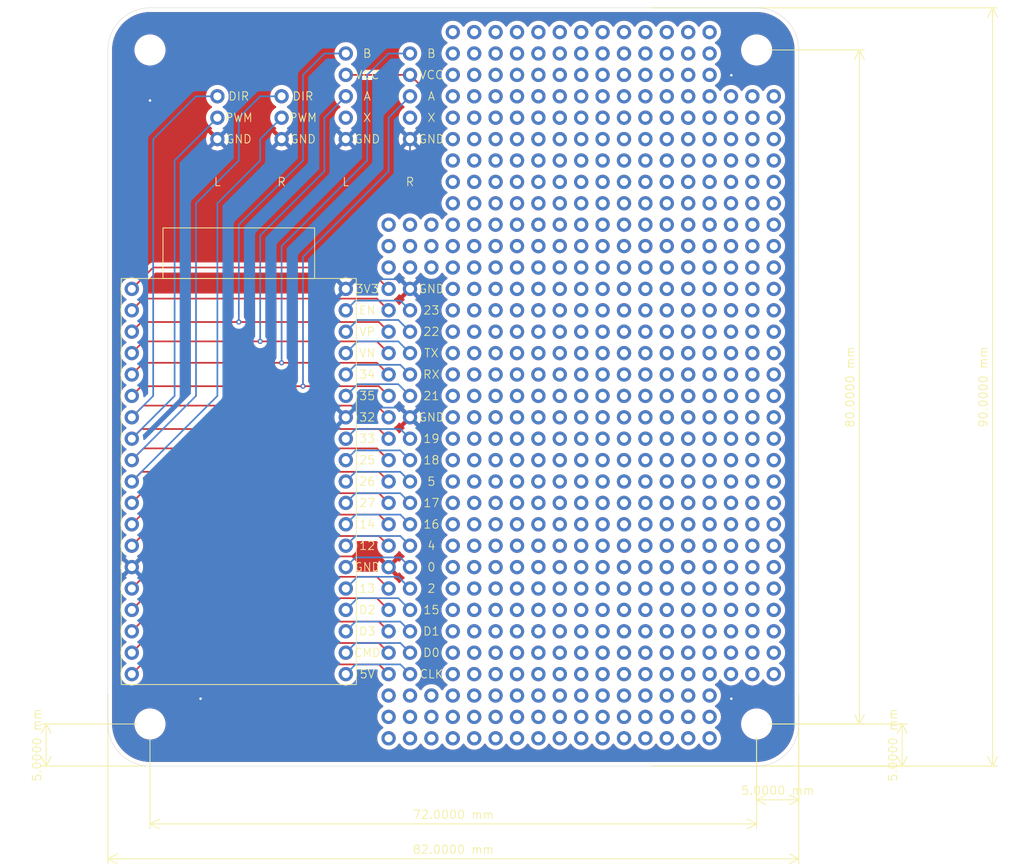
<source format=kicad_pcb>
(kicad_pcb (version 20240108) (generator "pcbnew") (generator_version "8.0")
  (layers (0 "F.Cu" signal) (31 "B.Cu" signal) (34 "B.Paste" user) (35 "F.Paste" user) (36 "B.SilkS" user "B.Silkscreen") (37 "F.SilkS" user "F.Silkscreen") (38 "B.Mask" user) (39 "F.Mask" user) (44 "Edge.Cuts" user))
  (net 0 "")
  (net 1 "+5V")
  (net 3 "GND")
  (net 5 "VN")
  (net 6 "14")
  (net 7 "32")
  (net 8 "13")
  (net 9 "33")
  (net 10 "EN")
  (net 11 "D2")
  (net 12 "12")
  (net 13 "+3V3")
  (net 14 "35")
  (net 15 "VP")
  (net 16 "34")
  (net 17 "25")
  (net 18 "CMD")
  (net 19 "D3")
  (net 20 "26")
  (net 21 "27")
  (net 22 "21")
  (net 23 "4")
  (net 24 "23")
  (net 25 "17")
  (net 26 "D1")
  (net 27 "22")
  (net 28 "15")
  (net 29 "D9")
  (net 30 "19")
  (net 31 "RX")
  (net 32 "TX")
  (net 33 "5")
  (net 34 "CLK")
  (net 35 "16")
  (net 36 "2")
  (net 37 "18")
  (net 38 "0")
  (footprint "MountingHole:MountingHole_3.2mm_M3_DIN965" (layer "F.Cu") (at 191 58)
    (property "Reference" "REF**")
    (property "Value" "MountingHole_3.2mm_M3_DIN965")
  )
  (footprint "XH:XH-3pin" (layer "F.Cu") (at 127 73.66)
    (property "Reference" "L")
    (property "Value" "Conn_01x03")
  )
  (footprint "Free-hole:8x31" (layer "F.Cu") (at 154.94 139.7)
    (property "Reference" "REF**")
    (property "Value" "8x31")
  )
  (footprint "XH:XH-5pin" (layer "F.Cu") (at 149.86 73.66)
    (property "Reference" "R")
    (property "Value" "Conn_01x05")
  )
  (footprint "hole_19pin:hole_19pin" (layer "F.Cu") (at 148.59 109.22)
    (property "Reference" "J5")
    (property "Value" "Conn_02x19_Counter_Clockwise")
  )
  (footprint "MountingHole:MountingHole_3.2mm_M3_DIN965" (layer "F.Cu") (at 119 58)
    (property "Reference" "REF**")
    (property "Value" "MountingHole_3.2mm_M3_DIN965")
  )
  (footprint "MountingHole:MountingHole_3.2mm_M3_DIN965" (layer "F.Cu") (at 119 138)
    (property "Reference" "REF**")
    (property "Value" "MountingHole_3.2mm_M3_DIN965")
  )
  (footprint "XH:XH-3pin" (layer "F.Cu") (at 134.62 73.66)
    (property "Reference" "R")
    (property "Value" "Conn_01x03")
  )
  (footprint "MountingHole:MountingHole_3.2mm_M3_DIN965" (layer "F.Cu") (at 191 138)
    (property "Reference" "REF**")
    (property "Value" "MountingHole_3.2mm_M3_DIN965")
  )
  (footprint "ESP32-WROOM-32E:ESP32-WROOM-32E" (layer "F.Cu") (at 129.54 109.22)
    (property "Reference" "U1")
    (property "Value" "~")
  )
  (footprint "XH:XH-5pin" (layer "F.Cu") (at 142.24 73.66)
    (property "Reference" "L")
    (property "Value" "Conn_01x05")
  )
  (gr_line (start 114 138) (end 114 58) (stroke (width 0.05)) (layer "Edge.Cuts"))
  (gr_line (start 119 143) (end 191 143) (stroke (width 0.05)) (layer "Edge.Cuts"))
  (gr_arc (start 191 53) (mid 194.535534 54.464466) (end 196 58) (stroke (width 0.05)) (layer "Edge.Cuts"))
  (gr_line (start 196 138) (end 196 58) (stroke (width 0.05)) (layer "Edge.Cuts"))
  (gr_arc (start 114 58) (mid 115.464466 54.464466) (end 119 53) (stroke (width 0.05)) (layer "Edge.Cuts"))
  (gr_arc (start 119 143) (mid 115.464466 141.535534) (end 114 138) (stroke (width 0.05)) (layer "Edge.Cuts"))
  (gr_line (start 191 53) (end 119 53) (stroke (width 0.05)) (layer "Edge.Cuts"))
  (gr_arc (start 196 138) (mid 194.535534 141.535534) (end 191 143) (stroke (width 0.05)) (layer "Edge.Cuts"))
  (dimension (type aligned) (layer "F.SilkS") (pts (xy 191 138) (xy 191 58)) (height 12.2) (gr_text "80.0000 mm" (at 202.1 98 90) (layer "F.SilkS") (effects (font (size 1 1) (thickness 0.1)))) (format (prefix "") (suffix "") (units 3) (units_format 1) (precision 4)) (style (thickness 0.1) (arrow_length 1.27) (text_position_mode 0) (extension_height 0.58642) (extension_offset 0.5) keep_text_aligned))
  (dimension (type aligned) (layer "F.SilkS") (pts (xy 119 138) (xy 191 138)) (height 11.86) (gr_text "72.0000 mm" (at 155 148.76 0) (layer "F.SilkS") (effects (font (size 1 1) (thickness 0.1)))) (format (prefix "") (suffix "") (units 3) (units_format 1) (precision 4)) (style (thickness 0.1) (arrow_length 1.27) (text_position_mode 0) (extension_height 0.58642) (extension_offset 0.5) keep_text_aligned))
  (dimension (type aligned) (layer "F.SilkS") (pts (xy 191 138) (xy 191 143)) (height -17.28) (gr_text "5.0000 mm" (at 207.18 140.5 90) (layer "F.SilkS") (effects (font (size 1 1) (thickness 0.1)))) (format (prefix "") (suffix "") (units 3) (units_format 1) (precision 4)) (style (thickness 0.1) (arrow_length 1.27) (text_position_mode 0) (extension_height 0.58642) (extension_offset 0.5) keep_text_aligned))
  (dimension (type aligned) (layer "F.SilkS") (pts (xy 196 134) (xy 114 134)) (height -20) (gr_text "82.0000 mm" (at 155 152.9 0) (layer "F.SilkS") (effects (font (size 1 1) (thickness 0.1)))) (format (prefix "") (suffix "") (units 3) (units_format 1) (precision 4)) (style (thickness 0.1) (arrow_length 1.27) (text_position_mode 0) (extension_height 0.58642) (extension_offset 0.5) keep_text_aligned))
  (dimension (type aligned) (layer "F.SilkS") (pts (xy 191 138) (xy 196 138)) (height 9) (gr_text "5.0000 mm" (at 193.5 145.9 0) (layer "F.SilkS") (effects (font (size 1 1) (thickness 0.1)))) (format (prefix "") (suffix "") (units 3) (units_format 1) (precision 4)) (style (thickness 0.1) (arrow_length 1.27) (text_position_mode 0) (extension_height 0.58642) (extension_offset 0.5) keep_text_aligned))
  (dimension (type aligned) (layer "F.SilkS") (pts (xy 119 138) (xy 119 143)) (height 12.32) (gr_text "5.0000 mm" (at 105.58 140.5 90) (layer "F.SilkS") (effects (font (size 1 1) (thickness 0.1)))) (format (prefix "") (suffix "") (units 3) (units_format 1) (precision 4)) (style (thickness 0.1) (arrow_length 1.27) (text_position_mode 0) (extension_height 0.58642) (extension_offset 0.5) keep_text_aligned))
  (dimension (type aligned) (layer "F.SilkS") (pts (xy 178 143) (xy 178 53)) (height 41) (gr_text "90.0000 mm" (at 217.9 98 90) (layer "F.SilkS") (effects (font (size 1 1) (thickness 0.1)))) (format (prefix "") (suffix "") (units 3) (units_format 1) (precision 4)) (style (thickness 0.1) (arrow_length 1.27) (text_position_mode 0) (extension_height 0.58642) (extension_offset 0.5) keep_text_aligned))
  (segment (start 117.99 130.93) (end 116.84 132.08) (width 0.2) (layer "F.Cu") (net 1))
  (segment (start 146.17 130.93) (end 117.99 130.93) (width 0.2) (layer "F.Cu") (net 1))
  (segment (start 147.32 132.08) (end 146.17 130.93) (width 0.2) (layer "F.Cu") (net 1))
  (segment (start 146.05 118.11) (end 118.11 118.11) (width 0.2) (layer "F.Cu") (net 3))
  (segment (start 118.11 118.11) (end 116.84 119.38) (width 0.2) (layer "F.Cu") (net 3))
  (segment (start 147.32 119.38) (end 146.05 118.11) (width 0.2) (layer "F.Cu") (net 3))
  (via (at 188 61) (size 0.6) (drill 0.3) (layers "F.Cu" "B.Cu") (net 3))
  (via (at 119 64) (size 0.6) (drill 0.3) (layers "F.Cu" "B.Cu") (net 3))
  (via (at 125 135) (size 0.6) (drill 0.3) (layers "F.Cu" "B.Cu") (net 3))
  (via (at 188 135) (size 0.6) (drill 0.3) (layers "F.Cu" "B.Cu") (net 3))
  (segment (start 149.86 72.39) (end 149.86 68.58) (width 0.2) (layer "B.Cu") (net 3))
  (segment (start 148.71 100.45) (end 143.39 100.45) (width 0.2) (layer "B.Cu") (net 3))
  (segment (start 149.86 101.6) (end 148.71 100.45) (width 0.2) (layer "B.Cu") (net 3))
  (segment (start 144.78 85.21) (end 143.63 85.21) (width 0.2) (layer "B.Cu") (net 3))
  (segment (start 144.78 85.21) (end 143.39 85.21) (width 0.2) (layer "B.Cu") (net 3))
  (segment (start 143.39 100.45) (end 142.24 101.6) (width 0.2) (layer "B.Cu") (net 3))
  (segment (start 144.145 84.455) (end 144.145 78.105) (width 0.2) (layer "B.Cu") (net 3))
  (segment (start 143.39 85.21) (end 142.24 86.36) (width 0.2) (layer "B.Cu") (net 3))
  (segment (start 148.71 85.21) (end 144.78 85.21) (width 0.2) (layer "B.Cu") (net 3))
  (segment (start 149.86 86.36) (end 148.71 85.21) (width 0.2) (layer "B.Cu") (net 3))
  (segment (start 144.145 78.105) (end 149.86 72.39) (width 0.2) (layer "B.Cu") (net 3))
  (segment (start 142.24 86.36) (end 144.145 84.455) (width 0.2) (layer "B.Cu") (net 3))
  (segment (start 147.32 93.98) (end 145.93 92.59) (width 0.2) (layer "F.Cu") (net 5))
  (segment (start 132.08 92.59) (end 118.23 92.59) (width 0.2) (layer "F.Cu") (net 5))
  (segment (start 118.23 92.59) (end 116.84 93.98) (width 0.2) (layer "F.Cu") (net 5))
  (segment (start 145.93 92.59) (end 132.08 92.59) (width 0.2) (layer "F.Cu") (net 5))
  (via (at 132.08 92.59) (size 0.6) (drill 0.3) (layers "F.Cu" "B.Cu") (net 5))
  (segment (start 132.08 80.01) (end 139.7 72.39) (width 0.2) (layer "B.Cu") (net 5))
  (segment (start 139.7 66.04) (end 142.24 63.5) (width 0.2) (layer "B.Cu") (net 5))
  (segment (start 139.7 72.39) (end 139.7 66.04) (width 0.2) (layer "B.Cu") (net 5))
  (segment (start 132.08 92.59) (end 132.08 80.01) (width 0.2) (layer "B.Cu") (net 5))
  (segment (start 116.84 114.3) (end 117.99 113.15) (width 0.2) (layer "F.Cu") (net 6))
  (segment (start 117.99 113.15) (end 146.17 113.15) (width 0.2) (layer "F.Cu") (net 6))
  (segment (start 146.17 113.15) (end 147.32 114.3) (width 0.2) (layer "F.Cu") (net 6))
  (segment (start 118.23 100.21) (end 116.84 101.6) (width 0.2) (layer "F.Cu") (net 7))
  (segment (start 145.93 100.21) (end 118.23 100.21) (width 0.2) (layer "F.Cu") (net 7))
  (segment (start 147.32 101.6) (end 145.93 100.21) (width 0.2) (layer "F.Cu") (net 7))
  (segment (start 119.38 68.58) (end 124.46 63.5) (width 0.2) (layer "B.Cu") (net 7))
  (segment (start 124.46 63.5) (end 127 63.5) (width 0.2) (layer "B.Cu") (net 7))
  (segment (start 116.84 101.6) (end 119.38 99.06) (width 0.2) (layer "B.Cu") (net 7))
  (segment (start 119.38 99.06) (end 119.38 68.58) (width 0.2) (layer "B.Cu") (net 7))
  (segment (start 116.84 121.92) (end 118.23 120.53) (width 0.2) (layer "F.Cu") (net 8))
  (segment (start 118.23 120.53) (end 145.93 120.53) (width 0.2) (layer "F.Cu") (net 8))
  (segment (start 145.93 120.53) (end 147.32 121.92) (width 0.2) (layer "F.Cu") (net 8))
  (segment (start 146.17 102.99) (end 117.99 102.99) (width 0.2) (layer "F.Cu") (net 9))
  (segment (start 117.99 102.99) (end 116.84 104.14) (width 0.2) (layer "F.Cu") (net 9))
  (segment (start 147.32 104.14) (end 146.17 102.99) (width 0.2) (layer "F.Cu") (net 9))
  (segment (start 121.92 99.06) (end 116.84 104.14) (width 0.2) (layer "B.Cu") (net 9))
  (segment (start 121.92 71.12) (end 121.92 99.06) (width 0.2) (layer "B.Cu") (net 9))
  (segment (start 127 66.04) (end 121.92 71.12) (width 0.2) (layer "B.Cu") (net 9))
  (segment (start 118.23 87.51) (end 116.84 88.9) (width 0.2) (layer "F.Cu") (net 10))
  (segment (start 147.32 88.9) (end 145.93 87.51) (width 0.2) (layer "F.Cu") (net 10))
  (segment (start 145.93 87.51) (end 118.23 87.51) (width 0.2) (layer "F.Cu") (net 10))
  (segment (start 145.93 123.07) (end 118.23 123.07) (width 0.2) (layer "F.Cu") (net 11))
  (segment (start 147.32 124.46) (end 145.93 123.07) (width 0.2) (layer "F.Cu") (net 11))
  (segment (start 118.23 123.07) (end 116.84 124.46) (width 0.2) (layer "F.Cu") (net 11))
  (segment (start 146.17 115.69) (end 117.99 115.69) (width 0.2) (layer "F.Cu") (net 12))
  (segment (start 117.99 115.69) (end 116.84 116.84) (width 0.2) (layer "F.Cu") (net 12))
  (segment (start 147.32 116.84) (end 146.17 115.69) (width 0.2) (layer "F.Cu") (net 12))
  (segment (start 119.38 83.82) (end 116.84 86.36) (width 0.2) (layer "F.Cu") (net 13))
  (segment (start 152.4 69.85) (end 138.43 83.82) (width 0.2) (layer "F.Cu") (net 13))
  (segment (start 138.43 83.82) (end 119.38 83.82) (width 0.2) (layer "F.Cu") (net 13))
  (segment (start 142.24 60.96) (end 149.86 60.96) (width 0.2) (layer "F.Cu") (net 13))
  (segment (start 147.32 86.36) (end 144.78 83.82) (width 0.2) (layer "F.Cu") (net 13))
  (segment (start 152.4 63.5) (end 152.4 69.85) (width 0.2) (layer "F.Cu") (net 13))
  (segment (start 149.86 60.96) (end 152.4 63.5) (width 0.2) (layer "F.Cu") (net 13))
  (segment (start 144.78 83.82) (end 138.43 83.82) (width 0.2) (layer "F.Cu") (net 13))
  (segment (start 137.16 97.91) (end 117.99 97.91) (width 0.2) (layer "F.Cu") (net 14))
  (segment (start 146.17 97.91) (end 137.16 97.91) (width 0.2) (layer "F.Cu") (net 14))
  (segment (start 147.32 99.06) (end 146.17 97.91) (width 0.2) (layer "F.Cu") (net 14))
  (segment (start 117.99 97.91) (end 116.84 99.06) (width 0.2) (layer "F.Cu") (net 14))
  (via (at 137.16 97.91) (size 0.6) (drill 0.3) (layers "F.Cu" "B.Cu") (net 14))
  (segment (start 147.32 66.04) (end 149.86 63.5) (width 0.2) (layer "B.Cu") (net 14))
  (segment (start 137.16 82.55) (end 147.32 72.39) (width 0.2) (layer "B.Cu") (net 14))
  (segment (start 137.16 97.91) (end 137.16 82.55) (width 0.2) (layer "B.Cu") (net 14))
  (segment (start 147.32 72.39) (end 147.32 66.04) (width 0.2) (layer "B.Cu") (net 14))
  (segment (start 117.99 90.29) (end 116.84 91.44) (width 0.2) (layer "F.Cu") (net 15))
  (segment (start 147.32 91.44) (end 146.17 90.29) (width 0.2) (layer "F.Cu") (net 15))
  (segment (start 146.17 90.29) (end 129.54 90.29) (width 0.2) (layer "F.Cu") (net 15))
  (segment (start 129.54 90.29) (end 117.99 90.29) (width 0.2) (layer "F.Cu") (net 15))
  (via (at 129.54 90.29) (size 0.6) (drill 0.3) (layers "F.Cu" "B.Cu") (net 15))
  (segment (start 137.16 60.96) (end 137.16 71.12) (width 0.2) (layer "B.Cu") (net 15))
  (segment (start 139.7 58.42) (end 137.16 60.96) (width 0.2) (layer "B.Cu") (net 15))
  (segment (start 142.24 58.42) (end 139.7 58.42) (width 0.2) (layer "B.Cu") (net 15))
  (segment (start 129.54 78.74) (end 129.54 90.29) (width 0.2) (layer "B.Cu") (net 15))
  (segment (start 137.16 71.12) (end 129.54 78.74) (width 0.2) (layer "B.Cu") (net 15))
  (segment (start 118.23 95.13) (end 116.84 96.52) (width 0.2) (layer "F.Cu") (net 16))
  (segment (start 134.62 95.13) (end 118.23 95.13) (width 0.2) (layer "F.Cu") (net 16))
  (segment (start 145.93 95.13) (end 134.62 95.13) (width 0.2) (layer "F.Cu") (net 16))
  (segment (start 147.32 96.52) (end 145.93 95.13) (width 0.2) (layer "F.Cu") (net 16))
  (via (at 134.62 95.13) (size 0.6) (drill 0.3) (layers "F.Cu" "B.Cu") (net 16))
  (segment (start 147.32 58.42) (end 149.86 58.42) (width 0.2) (layer "B.Cu") (net 16))
  (segment (start 144.78 60.96) (end 147.32 58.42) (width 0.2) (layer "B.Cu") (net 16))
  (segment (start 134.62 81.28) (end 144.78 71.12) (width 0.2) (layer "B.Cu") (net 16))
  (segment (start 134.62 95.13) (end 134.62 81.28) (width 0.2) (layer "B.Cu") (net 16))
  (segment (start 144.78 71.12) (end 144.78 60.96) (width 0.2) (layer "B.Cu") (net 16))
  (segment (start 147.32 106.68) (end 145.93 105.29) (width 0.2) (layer "F.Cu") (net 17))
  (segment (start 118.23 105.29) (end 116.84 106.68) (width 0.2) (layer "F.Cu") (net 17))
  (segment (start 145.93 105.29) (end 118.23 105.29) (width 0.2) (layer "F.Cu") (net 17))
  (segment (start 124.46 76.2) (end 129.54 71.12) (width 0.2) (layer "B.Cu") (net 17))
  (segment (start 124.46 99.06) (end 124.46 76.2) (width 0.2) (layer "B.Cu") (net 17))
  (segment (start 129.54 71.12) (end 129.54 66.04) (width 0.2) (layer "B.Cu") (net 17))
  (segment (start 129.54 66.04) (end 132.08 63.5) (width 0.2) (layer "B.Cu") (net 17))
  (segment (start 132.08 63.5) (end 134.62 63.5) (width 0.2) (layer "B.Cu") (net 17))
  (segment (start 116.84 106.68) (end 124.46 99.06) (width 0.2) (layer "B.Cu") (net 17))
  (segment (start 146.17 128.39) (end 117.99 128.39) (width 0.2) (layer "F.Cu") (net 18))
  (segment (start 147.32 129.54) (end 146.17 128.39) (width 0.2) (layer "F.Cu") (net 18))
  (segment (start 117.99 128.39) (end 116.84 129.54) (width 0.2) (layer "F.Cu") (net 18))
  (segment (start 116.84 127) (end 117.99 125.85) (width 0.2) (layer "F.Cu") (net 19))
  (segment (start 117.99 125.85) (end 146.17 125.85) (width 0.2) (layer "F.Cu") (net 19))
  (segment (start 146.17 125.85) (end 147.32 127) (width 0.2) (layer "F.Cu") (net 19))
  (segment (start 146.17 108.07) (end 117.99 108.07) (width 0.2) (layer "F.Cu") (net 20))
  (segment (start 147.32 109.22) (end 146.17 108.07) (width 0.2) (layer "F.Cu") (net 20))
  (segment (start 117.99 108.07) (end 116.84 109.22) (width 0.2) (layer "F.Cu") (net 20))
  (segment (start 127 99.06) (end 116.84 109.22) (width 0.2) (layer "B.Cu") (net 20))
  (segment (start 134.62 66.04) (end 132.08 68.58) (width 0.2) (layer "B.Cu") (net 20))
  (segment (start 132.08 68.58) (end 132.08 71.12) (width 0.2) (layer "B.Cu") (net 20))
  (segment (start 127 76.2) (end 127 99.06) (width 0.2) (layer "B.Cu") (net 20))
  (segment (start 132.08 71.12) (end 127 76.2) (width 0.2) (layer "B.Cu") (net 20))
  (segment (start 147.32 111.76) (end 146.17 110.61) (width 0.2) (layer "F.Cu") (net 21))
  (segment (start 146.17 110.61) (end 117.99 110.61) (width 0.2) (layer "F.Cu") (net 21))
  (segment (start 117.99 110.61) (end 116.84 111.76) (width 0.2) (layer "F.Cu") (net 21))
  (segment (start 148.47 97.67) (end 143.63 97.67) (width 0.2) (layer "B.Cu") (net 22))
  (segment (start 149.86 99.06) (end 148.47 97.67) (width 0.2) (layer "B.Cu") (net 22))
  (segment (start 143.63 97.67) (end 142.24 99.06) (width 0.2) (layer "B.Cu") (net 22))
  (segment (start 143.39 115.69) (end 142.24 116.84) (width 0.2) (layer "B.Cu") (net 23))
  (segment (start 148.71 115.69) (end 143.39 115.69) (width 0.2) (layer "B.Cu") (net 23))
  (segment (start 149.86 116.84) (end 148.71 115.69) (width 0.2) (layer "B.Cu") (net 23))
  (segment (start 148.71 87.75) (end 143.39 87.75) (width 0.2) (layer "B.Cu") (net 24))
  (segment (start 143.39 87.75) (end 142.24 88.9) (width 0.2) (layer "B.Cu") (net 24))
  (segment (start 149.86 88.9) (end 148.71 87.75) (width 0.2) (layer "B.Cu") (net 24))
  (segment (start 143.39 110.61) (end 148.71 110.61) (width 0.2) (layer "B.Cu") (net 25))
  (segment (start 148.71 110.61) (end 149.86 111.76) (width 0.2) (layer "B.Cu") (net 25))
  (segment (start 142.24 111.76) (end 143.39 110.61) (width 0.2) (layer "B.Cu") (net 25))
  (segment (start 148.71 125.85) (end 149.86 127) (width 0.2) (layer "B.Cu") (net 26))
  (segment (start 143.39 125.85) (end 148.71 125.85) (width 0.2) (layer "B.Cu") (net 26))
  (segment (start 142.24 127) (end 143.39 125.85) (width 0.2) (layer "B.Cu") (net 26))
  (segment (start 148.47 90.05) (end 149.86 91.44) (width 0.2) (layer "B.Cu") (net 27))
  (segment (start 142.24 91.44) (end 143.63 90.05) (width 0.2) (layer "B.Cu") (net 27))
  (segment (start 143.63 90.05) (end 148.47 90.05) (width 0.2) (layer "B.Cu") (net 27))
  (segment (start 142.24 124.46) (end 143.63 123.07) (width 0.2) (layer "B.Cu") (net 28))
  (segment (start 148.47 123.07) (end 149.86 124.46) (width 0.2) (layer "B.Cu") (net 28))
  (segment (start 143.63 123.07) (end 148.47 123.07) (width 0.2) (layer "B.Cu") (net 28))
  (segment (start 143.39 128.39) (end 142.24 129.54) (width 0.2) (layer "B.Cu") (net 29))
  (segment (start 148.71 128.39) (end 143.39 128.39) (width 0.2) (layer "B.Cu") (net 29))
  (segment (start 149.86 129.54) (end 148.71 128.39) (width 0.2) (layer "B.Cu") (net 29))
  (segment (start 148.71 102.99) (end 143.39 102.99) (width 0.2) (layer "B.Cu") (net 30))
  (segment (start 143.39 102.99) (end 142.24 104.14) (width 0.2) (layer "B.Cu") (net 30))
  (segment (start 149.86 104.14) (end 148.71 102.99) (width 0.2) (layer "B.Cu") (net 30))
  (segment (start 148.71 95.37) (end 149.86 96.52) (width 0.2) (layer "B.Cu") (net 31))
  (segment (start 143.39 95.37) (end 148.71 95.37) (width 0.2) (layer "B.Cu") (net 31))
  (segment (start 142.24 96.52) (end 143.39 95.37) (width 0.2) (layer "B.Cu") (net 31))
  (segment (start 149.86 93.98) (end 148.47 92.59) (width 0.2) (layer "B.Cu") (net 32))
  (segment (start 143.63 92.59) (end 142.24 93.98) (width 0.2) (layer "B.Cu") (net 32))
  (segment (start 148.47 92.59) (end 143.63 92.59) (width 0.2) (layer "B.Cu") (net 32))
  (segment (start 143.39 108.07) (end 142.24 109.22) (width 0.2) (layer "B.Cu") (net 33))
  (segment (start 149.86 109.22) (end 148.71 108.07) (width 0.2) (layer "B.Cu") (net 33))
  (segment (start 148.71 108.07) (end 143.39 108.07) (width 0.2) (layer "B.Cu") (net 33))
  (segment (start 142.24 132.08) (end 143.39 130.93) (width 0.2) (layer "B.Cu") (net 34))
  (segment (start 143.39 130.93) (end 148.71 130.93) (width 0.2) (layer "B.Cu") (net 34))
  (segment (start 148.71 130.93) (end 149.86 132.08) (width 0.2) (layer "B.Cu") (net 34))
  (segment (start 148.71 113.15) (end 149.86 114.3) (width 0.2) (layer "B.Cu") (net 35))
  (segment (start 143.39 113.15) (end 148.71 113.15) (width 0.2) (layer "B.Cu") (net 35))
  (segment (start 142.24 114.3) (end 143.39 113.15) (width 0.2) (layer "B.Cu") (net 35))
  (segment (start 142.24 121.92) (end 143.63 120.53) (width 0.2) (layer "B.Cu") (net 36))
  (segment (start 143.63 120.53) (end 148.47 120.53) (width 0.2) (layer "B.Cu") (net 36))
  (segment (start 148.47 120.53) (end 149.86 121.92) (width 0.2) (layer "B.Cu") (net 36))
  (segment (start 143.39 105.53) (end 148.71 105.53) (width 0.2) (layer "B.Cu") (net 37))
  (segment (start 142.24 106.68) (end 143.39 105.53) (width 0.2) (layer "B.Cu") (net 37))
  (segment (start 148.71 105.53) (end 149.86 106.68) (width 0.2) (layer "B.Cu") (net 37))
  (segment (start 143.39 118.23) (end 148.71 118.23) (width 0.2) (layer "B.Cu") (net 38))
  (segment (start 142.24 119.38) (end 143.39 118.23) (width 0.2) (layer "B.Cu") (net 38))
  (segment (start 148.71 118.23) (end 149.86 119.38) (width 0.2) (layer "B.Cu") (net 38))
  (zone (net 3) (net_name "GND") (layer "F.Cu") (connect_pads (clearance 0.5)) (min_thickness 0.25) (fill yes (thermal_gap 0.5) (thermal_bridge_width 0.5))
    (polygon (pts (xy 113.03 52.07) (xy 196.85 52.07) (xy 196.85 143.51) (xy 113.03 143.51)))
  )
  (zone (net 3) (net_name "GND") (layer "B.Cu") (priority 1) (connect_pads (clearance 0.5)) (min_thickness 0.25) (fill yes (thermal_gap 0.5) (thermal_bridge_width 0.5))
    (polygon (pts (xy 113.03 52.07) (xy 196.85 52.07) (xy 196.85 143.51) (xy 113.03 143.51)))
  )
)
</source>
